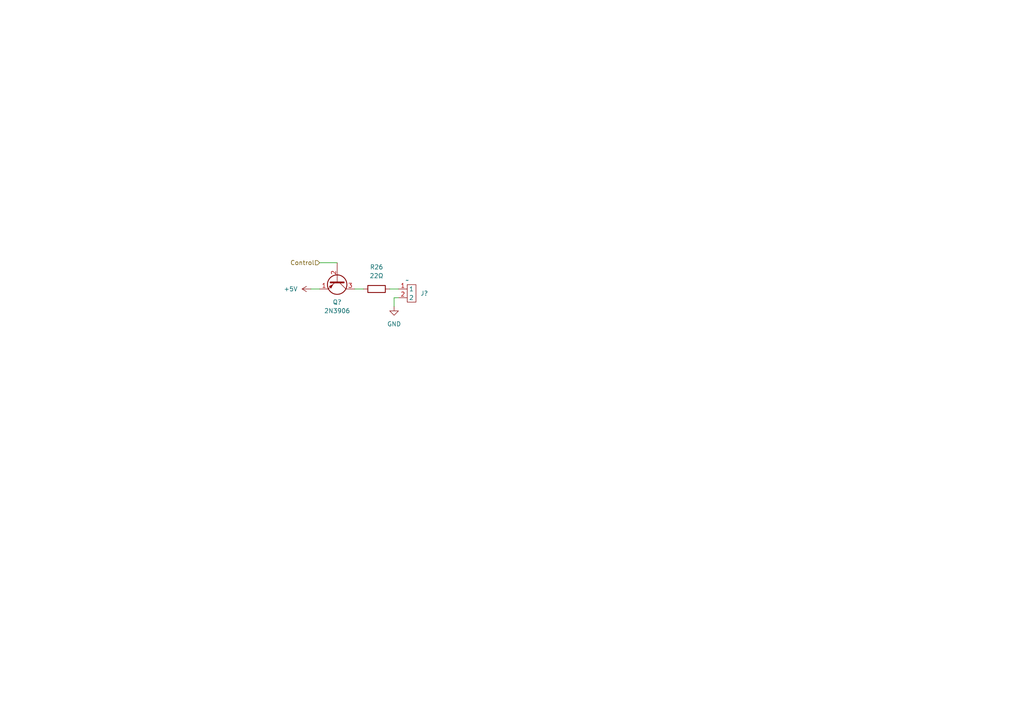
<source format=kicad_sch>
(kicad_sch (version 20230121) (generator eeschema)
  (paper "A4")
  (lib_symbols
    (symbol "Device:R" (pin_numbers hide) (pin_names (offset 0))
      (property "Reference" "R" (at 2.032 0 90))
      (property "Value" "R" (at 0 0 90))
      (symbol "R_0_1"
        (rectangle (start -1.016 -2.54) (end 1.016 2.54) (stroke (width 0.254)))
      )
      (symbol "R_1_1"
        (pin passive line (at 0 3.81 270) (length 1.27) (name "~") (number "1"))
        (pin passive line (at 0 -3.81 90) (length 1.27) (name "~") (number "2"))
      )
    )
    (symbol "Library:MAX_MX126-5.0-02P-GN01-Cu-S-A"
      (property "Reference" "J" (at 1.27 0 0))
      (symbol "MAX_MX126-5.0-02P-GN01-Cu-S-A_0_1"
        (rectangle (start 0 -1.27) (end 2.54 -6.35))
      )
      (symbol "MAX_MX126-5.0-02P-GN01-Cu-S-A_1_1"
        (pin bidirectional line (at -2.54 -2.54 0) (length 2.54) (name "1") (number "1"))
        (pin bidirectional line (at -2.54 -5.08 0) (length 2.54) (name "2") (number "2"))
      )
    )
    (symbol "Transistor_BJT:2N3906" (pin_names (offset 0) hide)
      (property "Reference" "Q" (at 5.08 1.905 0))
      (property "Value" "2N3906" (at 5.08 0 0))
      (symbol "2N3906_0_1"
        (polyline (pts (xy 0.635 0.635) (xy 2.54 2.54)))
        (polyline (pts (xy 0.635 -0.635) (xy 2.54 -2.54) (xy 2.54 -2.54)))
        (polyline (pts (xy 0.635 1.905) (xy 0.635 -1.905) (xy 0.635 -1.905)) (stroke (width 0.508)))
        (polyline (pts (xy 2.286 -1.778) (xy 1.778 -2.286) (xy 1.27 -1.27) (xy 2.286 -1.778) (xy 2.286 -1.778)) (fill (type outline)))
        (circle (center 1.27 0) (radius 2.8194) (stroke (width 0.254)))
      )
      (symbol "2N3906_1_1"
        (pin passive line (at 2.54 -5.08 90) (length 2.54) (name "E") (number "1"))
        (pin input line (at -5.08 0 0) (length 5.715) (name "B") (number "2"))
        (pin passive line (at 2.54 5.08 270) (length 2.54) (name "C") (number "3"))
      )
    )
    (symbol "power:+5V" (power) (pin_names (offset 0))
      (property "Value" "+5V" (at 0 3.556 0))
      (symbol "+5V_0_1"
        (polyline (pts (xy -0.762 1.27) (xy 0 2.54)))
        (polyline (pts (xy 0 0) (xy 0 2.54)))
        (polyline (pts (xy 0 2.54) (xy 0.762 1.27)))
      )
      (symbol "+5V_1_1"
        (pin power_in line (at 0 0 90) (length 0) hide (name "+5V") (number "1"))
      )
    )
    (symbol "power:GND" (power) (pin_names (offset 0))
      (property "Value" "GND" (at 0 -3.81 0))
      (symbol "GND_0_1"
        (polyline (pts (xy 0 0) (xy 0 -1.27) (xy 1.27 -1.27) (xy 0 -2.54) (xy -1.27 -1.27) (xy 0 -1.27)))
      )
      (symbol "GND_1_1"
        (pin power_in line (at 0 0 270) (length 0) hide (name "GND") (number "1"))
      )
    )
  )
  (wire (pts (xy 92.71 76.2) (xy 97.79 76.2)))
  (wire (pts (xy 90.17 83.82) (xy 92.71 83.82)))
  (wire (pts (xy 114.3 86.36) (xy 115.57 86.36)))
  (wire (pts (xy 113.03 83.82) (xy 115.57 83.82)))
  (wire (pts (xy 102.87 83.82) (xy 105.41 83.82)))
  (wire (pts (xy 114.3 86.36) (xy 114.3 88.9)))
  (hierarchical_label "Control" (shape input) (at 92.71 76.2 180))
  (symbol (lib_id "Library:MAX_MX126-5.0-02P-GN01-Cu-S-A") (at 118.11 81.28 0) (unit 1)
    (property "Reference" "J?" (at 121.92 85.09 0) (effects (justify left)))
    (property "Value" "~" (at 118.11 81.28 0))
    (property "Footprint" "Library:MAX_MX126-5.0-02P-GN01-Cu-S-A" (effects hide))
    (instances (project "Cloud-Star-Lights-PCB" (path "" (reference "J?") (unit 1)) (path "" (reference "J47") (unit 1))))
  )
  (symbol (lib_id "power:+5V") (at 90.17 83.82 90) (unit 1)
    (property "Reference" "#PWR?" (effects hide))
    (property "Value" "+5V" (at 86.36 83.82 90) (effects (justify left)))
    (instances (project "Cloud-Star-Lights-PCB" (path "" (reference "#PWR?") (unit 1)) (path "" (reference "#PWR0105") (unit 1))))
  )
  (symbol (lib_id "Device:R") (at 109.22 83.82 90) (unit 1)
    (property "Reference" "R26" (at 109.22 77.47 90))
    (property "Value" "22Ω" (at 109.22 80.01 90))
    (property "Footprint" "Resistor_SMD:R_0201_0603Metric_Pad0.64x0.40mm_HandSolder" (effects hide))
    (instances (project "Cloud-Star-Lights-PCB" (path "" (reference "R26") (unit 1)) (path "" (reference "R31") (unit 1))))
  )
  (symbol (lib_id "Transistor_BJT:2N3906") (at 97.79 81.28 270) (unit 1)
    (property "Reference" "Q?" (at 97.79 87.63 90))
    (property "Value" "2N3906" (at 97.79 90.17 90))
    (property "Footprint" "Package_TO_SOT_THT:TO-92_Inline" (effects hide))
    (property "Datasheet" "https://www.onsemi.com/pub/Collateral/2N3906-D.PDF" (effects hide))
    (instances (project "Cloud-Star-Lights-PCB" (path "" (reference "Q?") (unit 1)) (path "" (reference "Q76") (unit 1))))
  )
  (symbol (lib_id "power:GND") (at 114.3 88.9 0) (unit 1)
    (property "Reference" "#PWR0106" (effects hide))
    (property "Value" "GND" (at 114.3 93.98 0))
  )
)
</source>
